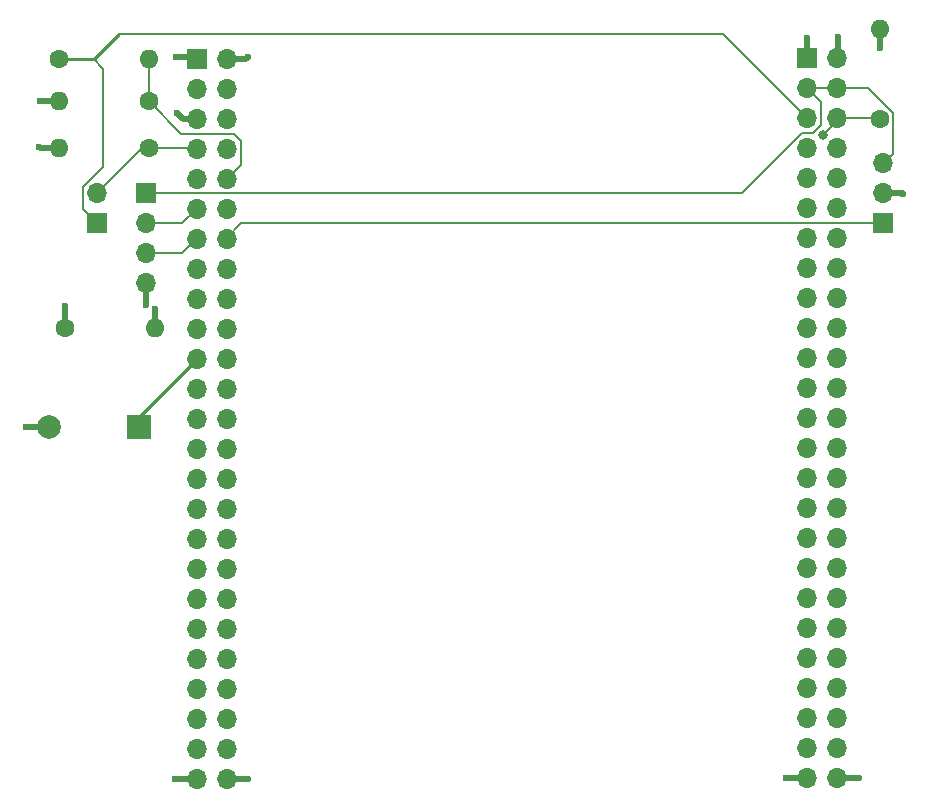
<source format=gbr>
%TF.GenerationSoftware,KiCad,Pcbnew,7.0.1*%
%TF.CreationDate,2023-05-28T14:58:13-06:00*%
%TF.ProjectId,Phase D,50686173-6520-4442-9e6b-696361645f70,rev?*%
%TF.SameCoordinates,Original*%
%TF.FileFunction,Copper,L1,Top*%
%TF.FilePolarity,Positive*%
%FSLAX46Y46*%
G04 Gerber Fmt 4.6, Leading zero omitted, Abs format (unit mm)*
G04 Created by KiCad (PCBNEW 7.0.1) date 2023-05-28 14:58:13*
%MOMM*%
%LPD*%
G01*
G04 APERTURE LIST*
%TA.AperFunction,ComponentPad*%
%ADD10R,1.700000X1.700000*%
%TD*%
%TA.AperFunction,ComponentPad*%
%ADD11O,1.700000X1.700000*%
%TD*%
%TA.AperFunction,ComponentPad*%
%ADD12C,1.600000*%
%TD*%
%TA.AperFunction,ComponentPad*%
%ADD13O,1.600000X1.600000*%
%TD*%
%TA.AperFunction,ComponentPad*%
%ADD14R,2.000000X2.000000*%
%TD*%
%TA.AperFunction,ComponentPad*%
%ADD15C,2.000000*%
%TD*%
%TA.AperFunction,ViaPad*%
%ADD16C,0.600000*%
%TD*%
%TA.AperFunction,ViaPad*%
%ADD17C,0.800000*%
%TD*%
%TA.AperFunction,Conductor*%
%ADD18C,0.250000*%
%TD*%
%TA.AperFunction,Conductor*%
%ADD19C,0.508000*%
%TD*%
%TA.AperFunction,Conductor*%
%ADD20C,0.203200*%
%TD*%
G04 APERTURE END LIST*
D10*
%TO.P,J6,1,Pin_1*%
%TO.N,IR*%
X199440000Y-81040000D03*
D11*
%TO.P,J6,2,Pin_2*%
%TO.N,GND*%
X199440000Y-78500000D03*
%TO.P,J6,3,Pin_3*%
%TO.N,+5V*%
X199440000Y-75960000D03*
%TD*%
D12*
%TO.P,R4,1*%
%TO.N,+3.3V*%
X199200000Y-72180000D03*
D13*
%TO.P,R4,2*%
%TO.N,GND*%
X199200000Y-64560000D03*
%TD*%
D12*
%TO.P,TH1,1*%
%TO.N,+3.3V*%
X129640000Y-67150000D03*
D13*
%TO.P,TH1,2*%
%TO.N,Therm*%
X137260000Y-67150000D03*
%TD*%
D12*
%TO.P,R2,1*%
%TO.N,GND*%
X130165000Y-89875000D03*
D13*
%TO.P,R2,2*%
X137785000Y-89875000D03*
%TD*%
D10*
%TO.P,J7,1,Pin_1*%
%TO.N,+3.3V*%
X132850000Y-81000000D03*
D11*
%TO.P,J7,2,Pin_2*%
%TO.N,P_Sen*%
X132850000Y-78460000D03*
%TD*%
D12*
%TO.P,R3,1*%
%TO.N,P_Sen*%
X137265000Y-74625000D03*
D13*
%TO.P,R3,2*%
%TO.N,GND*%
X129645000Y-74625000D03*
%TD*%
D10*
%TO.P,J1,1,Pin_1*%
%TO.N,GND*%
X193000000Y-67025000D03*
D11*
%TO.P,J1,2,Pin_2*%
X195540000Y-67025000D03*
%TO.P,J1,3,Pin_3*%
%TO.N,+5V*%
X193000000Y-69565000D03*
%TO.P,J1,4,Pin_4*%
X195540000Y-69565000D03*
%TO.P,J1,5,Pin_5*%
%TO.N,+3.3V*%
X193000000Y-72105000D03*
%TO.P,J1,6,Pin_6*%
X195540000Y-72105000D03*
%TO.P,J1,7,Pin_7*%
%TO.N,unconnected-(J1-Pin_7-Pad7)*%
X193000000Y-74645000D03*
%TO.P,J1,8,Pin_8*%
%TO.N,unconnected-(J1-Pin_8-Pad8)*%
X195540000Y-74645000D03*
%TO.P,J1,9,Pin_9*%
%TO.N,unconnected-(J1-Pin_9-Pad9)*%
X193000000Y-77185000D03*
%TO.P,J1,10,Pin_10*%
%TO.N,unconnected-(J1-Pin_10-Pad10)*%
X195540000Y-77185000D03*
%TO.P,J1,11,Pin_11*%
%TO.N,unconnected-(J1-Pin_11-Pad11)*%
X193000000Y-79725000D03*
%TO.P,J1,12,Pin_12*%
%TO.N,unconnected-(J1-Pin_12-Pad12)*%
X195540000Y-79725000D03*
%TO.P,J1,13,Pin_13*%
%TO.N,unconnected-(J1-Pin_13-Pad13)*%
X193000000Y-82265000D03*
%TO.P,J1,14,Pin_14*%
%TO.N,unconnected-(J1-Pin_14-Pad14)*%
X195540000Y-82265000D03*
%TO.P,J1,15,Pin_15*%
%TO.N,unconnected-(J1-Pin_15-Pad15)*%
X193000000Y-84805000D03*
%TO.P,J1,16,Pin_16*%
%TO.N,unconnected-(J1-Pin_16-Pad16)*%
X195540000Y-84805000D03*
%TO.P,J1,17,Pin_17*%
%TO.N,unconnected-(J1-Pin_17-Pad17)*%
X193000000Y-87345000D03*
%TO.P,J1,18,Pin_18*%
%TO.N,unconnected-(J1-Pin_18-Pad18)*%
X195540000Y-87345000D03*
%TO.P,J1,19,Pin_19*%
%TO.N,unconnected-(J1-Pin_19-Pad19)*%
X193000000Y-89885000D03*
%TO.P,J1,20,Pin_20*%
%TO.N,unconnected-(J1-Pin_20-Pad20)*%
X195540000Y-89885000D03*
%TO.P,J1,21,Pin_21*%
%TO.N,unconnected-(J1-Pin_21-Pad21)*%
X193000000Y-92425000D03*
%TO.P,J1,22,Pin_22*%
%TO.N,unconnected-(J1-Pin_22-Pad22)*%
X195540000Y-92425000D03*
%TO.P,J1,23,Pin_23*%
%TO.N,unconnected-(J1-Pin_23-Pad23)*%
X193000000Y-94965000D03*
%TO.P,J1,24,Pin_24*%
%TO.N,unconnected-(J1-Pin_24-Pad24)*%
X195540000Y-94965000D03*
%TO.P,J1,25,Pin_25*%
%TO.N,unconnected-(J1-Pin_25-Pad25)*%
X193000000Y-97505000D03*
%TO.P,J1,26,Pin_26*%
%TO.N,unconnected-(J1-Pin_26-Pad26)*%
X195540000Y-97505000D03*
%TO.P,J1,27,Pin_27*%
%TO.N,unconnected-(J1-Pin_27-Pad27)*%
X193000000Y-100045000D03*
%TO.P,J1,28,Pin_28*%
%TO.N,unconnected-(J1-Pin_28-Pad28)*%
X195540000Y-100045000D03*
%TO.P,J1,29,Pin_29*%
%TO.N,unconnected-(J1-Pin_29-Pad29)*%
X193000000Y-102585000D03*
%TO.P,J1,30,Pin_30*%
%TO.N,unconnected-(J1-Pin_30-Pad30)*%
X195540000Y-102585000D03*
%TO.P,J1,31,Pin_31*%
%TO.N,unconnected-(J1-Pin_31-Pad31)*%
X193000000Y-105125000D03*
%TO.P,J1,32,Pin_32*%
%TO.N,unconnected-(J1-Pin_32-Pad32)*%
X195540000Y-105125000D03*
%TO.P,J1,33,Pin_33*%
%TO.N,unconnected-(J1-Pin_33-Pad33)*%
X193000000Y-107665000D03*
%TO.P,J1,34,Pin_34*%
%TO.N,unconnected-(J1-Pin_34-Pad34)*%
X195540000Y-107665000D03*
%TO.P,J1,35,Pin_35*%
%TO.N,unconnected-(J1-Pin_35-Pad35)*%
X193000000Y-110205000D03*
%TO.P,J1,36,Pin_36*%
%TO.N,unconnected-(J1-Pin_36-Pad36)*%
X195540000Y-110205000D03*
%TO.P,J1,37,Pin_37*%
%TO.N,unconnected-(J1-Pin_37-Pad37)*%
X193000000Y-112745000D03*
%TO.P,J1,38,Pin_38*%
%TO.N,unconnected-(J1-Pin_38-Pad38)*%
X195540000Y-112745000D03*
%TO.P,J1,39,Pin_39*%
%TO.N,unconnected-(J1-Pin_39-Pad39)*%
X193000000Y-115285000D03*
%TO.P,J1,40,Pin_40*%
%TO.N,unconnected-(J1-Pin_40-Pad40)*%
X195540000Y-115285000D03*
%TO.P,J1,41,Pin_41*%
%TO.N,unconnected-(J1-Pin_41-Pad41)*%
X193000000Y-117825000D03*
%TO.P,J1,42,Pin_42*%
%TO.N,unconnected-(J1-Pin_42-Pad42)*%
X195540000Y-117825000D03*
%TO.P,J1,43,Pin_43*%
%TO.N,unconnected-(J1-Pin_43-Pad43)*%
X193000000Y-120365000D03*
%TO.P,J1,44,Pin_44*%
%TO.N,unconnected-(J1-Pin_44-Pad44)*%
X195540000Y-120365000D03*
%TO.P,J1,45,Pin_45*%
%TO.N,unconnected-(J1-Pin_45-Pad45)*%
X193000000Y-122905000D03*
%TO.P,J1,46,Pin_46*%
%TO.N,unconnected-(J1-Pin_46-Pad46)*%
X195540000Y-122905000D03*
%TO.P,J1,47,Pin_47*%
%TO.N,unconnected-(J1-Pin_47-Pad47)*%
X193000000Y-125445000D03*
%TO.P,J1,48,Pin_48*%
%TO.N,unconnected-(J1-Pin_48-Pad48)*%
X195540000Y-125445000D03*
%TO.P,J1,49,Pin_49*%
%TO.N,GND*%
X193000000Y-127985000D03*
%TO.P,J1,50,Pin_50*%
X195540000Y-127985000D03*
%TD*%
D12*
%TO.P,R1,1*%
%TO.N,Therm*%
X137265000Y-70675000D03*
D13*
%TO.P,R1,2*%
%TO.N,GND*%
X129645000Y-70675000D03*
%TD*%
D10*
%TO.P,J8,1,Pin_1*%
%TO.N,GND*%
X141335000Y-67090000D03*
D11*
%TO.P,J8,2,Pin_2*%
X143875000Y-67090000D03*
%TO.P,J8,3,Pin_3*%
%TO.N,unconnected-(J8-Pin_3-Pad3)*%
X141335000Y-69630000D03*
%TO.P,J8,4,Pin_4*%
%TO.N,unconnected-(J8-Pin_4-Pad4)*%
X143875000Y-69630000D03*
%TO.P,J8,5,Pin_5*%
%TO.N,GND*%
X141335000Y-72170000D03*
%TO.P,J8,6,Pin_6*%
%TO.N,unconnected-(J8-Pin_6-Pad6)*%
X143875000Y-72170000D03*
%TO.P,J8,7,Pin_7*%
%TO.N,P_Sen*%
X141335000Y-74710000D03*
%TO.P,J8,8,Pin_8*%
%TO.N,unconnected-(J8-Pin_8-Pad8)*%
X143875000Y-74710000D03*
%TO.P,J8,9,Pin_9*%
%TO.N,unconnected-(J8-Pin_9-Pad9)*%
X141335000Y-77250000D03*
%TO.P,J8,10,Pin_10*%
%TO.N,Therm*%
X143875000Y-77250000D03*
%TO.P,J8,11,Pin_11*%
%TO.N,Echo*%
X141335000Y-79790000D03*
%TO.P,J8,12,Pin_12*%
%TO.N,unconnected-(J8-Pin_12-Pad12)*%
X143875000Y-79790000D03*
%TO.P,J8,13,Pin_13*%
%TO.N,Trig*%
X141335000Y-82330000D03*
%TO.P,J8,14,Pin_14*%
%TO.N,IR*%
X143875000Y-82330000D03*
%TO.P,J8,15,Pin_15*%
%TO.N,unconnected-(J8-Pin_15-Pad15)*%
X141335000Y-84870000D03*
%TO.P,J8,16,Pin_16*%
%TO.N,unconnected-(J8-Pin_16-Pad16)*%
X143875000Y-84870000D03*
%TO.P,J8,17,Pin_17*%
%TO.N,unconnected-(J8-Pin_17-Pad17)*%
X141335000Y-87410000D03*
%TO.P,J8,18,Pin_18*%
%TO.N,unconnected-(J8-Pin_18-Pad18)*%
X143875000Y-87410000D03*
%TO.P,J8,19,Pin_19*%
%TO.N,unconnected-(J8-Pin_19-Pad19)*%
X141335000Y-89950000D03*
%TO.P,J8,20,Pin_20*%
%TO.N,unconnected-(J8-Pin_20-Pad20)*%
X143875000Y-89950000D03*
%TO.P,J8,21,Pin_21*%
%TO.N,Buzz*%
X141335000Y-92490000D03*
%TO.P,J8,22,Pin_22*%
%TO.N,unconnected-(J8-Pin_22-Pad22)*%
X143875000Y-92490000D03*
%TO.P,J8,23,Pin_23*%
%TO.N,unconnected-(J8-Pin_23-Pad23)*%
X141335000Y-95030000D03*
%TO.P,J8,24,Pin_24*%
%TO.N,unconnected-(J8-Pin_24-Pad24)*%
X143875000Y-95030000D03*
%TO.P,J8,25,Pin_25*%
%TO.N,unconnected-(J8-Pin_25-Pad25)*%
X141335000Y-97570000D03*
%TO.P,J8,26,Pin_26*%
%TO.N,unconnected-(J8-Pin_26-Pad26)*%
X143875000Y-97570000D03*
%TO.P,J8,27,Pin_27*%
%TO.N,unconnected-(J8-Pin_27-Pad27)*%
X141335000Y-100110000D03*
%TO.P,J8,28,Pin_28*%
%TO.N,unconnected-(J8-Pin_28-Pad28)*%
X143875000Y-100110000D03*
%TO.P,J8,29,Pin_29*%
%TO.N,unconnected-(J8-Pin_29-Pad29)*%
X141335000Y-102650000D03*
%TO.P,J8,30,Pin_30*%
%TO.N,unconnected-(J8-Pin_30-Pad30)*%
X143875000Y-102650000D03*
%TO.P,J8,31,Pin_31*%
%TO.N,unconnected-(J8-Pin_31-Pad31)*%
X141335000Y-105190000D03*
%TO.P,J8,32,Pin_32*%
%TO.N,unconnected-(J8-Pin_32-Pad32)*%
X143875000Y-105190000D03*
%TO.P,J8,33,Pin_33*%
%TO.N,unconnected-(J8-Pin_33-Pad33)*%
X141335000Y-107730000D03*
%TO.P,J8,34,Pin_34*%
%TO.N,unconnected-(J8-Pin_34-Pad34)*%
X143875000Y-107730000D03*
%TO.P,J8,35,Pin_35*%
%TO.N,unconnected-(J8-Pin_35-Pad35)*%
X141335000Y-110270000D03*
%TO.P,J8,36,Pin_36*%
%TO.N,unconnected-(J8-Pin_36-Pad36)*%
X143875000Y-110270000D03*
%TO.P,J8,37,Pin_37*%
%TO.N,unconnected-(J8-Pin_37-Pad37)*%
X141335000Y-112810000D03*
%TO.P,J8,38,Pin_38*%
%TO.N,unconnected-(J8-Pin_38-Pad38)*%
X143875000Y-112810000D03*
%TO.P,J8,39,Pin_39*%
%TO.N,unconnected-(J8-Pin_39-Pad39)*%
X141335000Y-115350000D03*
%TO.P,J8,40,Pin_40*%
%TO.N,unconnected-(J8-Pin_40-Pad40)*%
X143875000Y-115350000D03*
%TO.P,J8,41,Pin_41*%
%TO.N,unconnected-(J8-Pin_41-Pad41)*%
X141335000Y-117890000D03*
%TO.P,J8,42,Pin_42*%
%TO.N,unconnected-(J8-Pin_42-Pad42)*%
X143875000Y-117890000D03*
%TO.P,J8,43,Pin_43*%
%TO.N,unconnected-(J8-Pin_43-Pad43)*%
X141335000Y-120430000D03*
%TO.P,J8,44,Pin_44*%
%TO.N,unconnected-(J8-Pin_44-Pad44)*%
X143875000Y-120430000D03*
%TO.P,J8,45,Pin_45*%
%TO.N,unconnected-(J8-Pin_45-Pad45)*%
X141335000Y-122970000D03*
%TO.P,J8,46,Pin_46*%
%TO.N,unconnected-(J8-Pin_46-Pad46)*%
X143875000Y-122970000D03*
%TO.P,J8,47,Pin_47*%
%TO.N,unconnected-(J8-Pin_47-Pad47)*%
X141335000Y-125510000D03*
%TO.P,J8,48,Pin_48*%
%TO.N,unconnected-(J8-Pin_48-Pad48)*%
X143875000Y-125510000D03*
%TO.P,J8,49,Pin_49*%
%TO.N,GND*%
X141335000Y-128050000D03*
%TO.P,J8,50,Pin_50*%
X143875000Y-128050000D03*
%TD*%
D10*
%TO.P,J5,1,Pin_1*%
%TO.N,+5V*%
X137075000Y-78500000D03*
D11*
%TO.P,J5,2,Pin_2*%
%TO.N,Echo*%
X137075000Y-81040000D03*
%TO.P,J5,3,Pin_3*%
%TO.N,Trig*%
X137075000Y-83580000D03*
%TO.P,J5,4,Pin_4*%
%TO.N,GND*%
X137075000Y-86120000D03*
%TD*%
D14*
%TO.P,LS1,1,1*%
%TO.N,Buzz*%
X136425000Y-98250000D03*
D15*
%TO.P,LS1,2,2*%
%TO.N,GND*%
X128825000Y-98250000D03*
%TD*%
D16*
%TO.N,GND*%
X139475000Y-128050000D03*
X195600000Y-65275000D03*
X199200000Y-66200000D03*
X197400000Y-127985000D03*
X128000000Y-74600000D03*
X126850000Y-98275000D03*
X137050000Y-87950000D03*
X201150000Y-78525000D03*
X139575000Y-66975000D03*
X137775000Y-88300000D03*
X128050000Y-70650000D03*
X130150000Y-88050000D03*
X145650000Y-66975000D03*
X139700000Y-71675000D03*
X145650000Y-128050000D03*
X193000000Y-65325000D03*
X191262500Y-128012500D03*
D17*
%TO.N,+3.3V*%
X194392557Y-73517558D03*
%TD*%
D18*
%TO.N,Buzz*%
X136425000Y-97400000D02*
X141335000Y-92490000D01*
X136425000Y-98250000D02*
X136425000Y-97400000D01*
D19*
%TO.N,GND*%
X201125000Y-78500000D02*
X201150000Y-78525000D01*
X199200000Y-66200000D02*
X199200000Y-64560000D01*
X139700000Y-71675000D02*
X140195000Y-72170000D01*
X130165000Y-89875000D02*
X130165000Y-88065000D01*
X137075000Y-87925000D02*
X137075000Y-86120000D01*
X137785000Y-89875000D02*
X137785000Y-88310000D01*
X195600000Y-66965000D02*
X195540000Y-67025000D01*
X126850000Y-98275000D02*
X126875000Y-98250000D01*
X137050000Y-87950000D02*
X137075000Y-87925000D01*
X140195000Y-72170000D02*
X141335000Y-72170000D01*
X193000000Y-65325000D02*
X193000000Y-67025000D01*
X137785000Y-88310000D02*
X137775000Y-88300000D01*
X128075000Y-70675000D02*
X128050000Y-70650000D01*
X130165000Y-88065000D02*
X130150000Y-88050000D01*
X129645000Y-74625000D02*
X128025000Y-74625000D01*
X141345000Y-66975000D02*
X141360000Y-66990000D01*
X139575000Y-66975000D02*
X141345000Y-66975000D01*
X199440000Y-78500000D02*
X201125000Y-78500000D01*
X143875000Y-67090000D02*
X145535000Y-67090000D01*
X145535000Y-67090000D02*
X145650000Y-66975000D01*
X145650000Y-128050000D02*
X143875000Y-128050000D01*
X126875000Y-98250000D02*
X128825000Y-98250000D01*
X139475000Y-128050000D02*
X141335000Y-128050000D01*
X128025000Y-74625000D02*
X128000000Y-74600000D01*
X195600000Y-65275000D02*
X195600000Y-66965000D01*
X191262500Y-128012500D02*
X191290000Y-127985000D01*
X191290000Y-127985000D02*
X193000000Y-127985000D01*
X129645000Y-70675000D02*
X128075000Y-70675000D01*
X197400000Y-127985000D02*
X195540000Y-127985000D01*
D20*
%TO.N,P_Sen*%
X141345000Y-74625000D02*
X141360000Y-74610000D01*
X136685000Y-74625000D02*
X137265000Y-74625000D01*
X137265000Y-74625000D02*
X141345000Y-74625000D01*
X132850000Y-78460000D02*
X136685000Y-74625000D01*
%TO.N,Echo*%
X140085000Y-81040000D02*
X141335000Y-79790000D01*
X137075000Y-81040000D02*
X140085000Y-81040000D01*
%TO.N,Trig*%
X137075000Y-83580000D02*
X140085000Y-83580000D01*
X141360000Y-82305000D02*
X141360000Y-82230000D01*
X140085000Y-83580000D02*
X141360000Y-82305000D01*
%TO.N,unconnected-(J8-Pin_19-Pad19)*%
X141360000Y-89850000D02*
X141360000Y-89925000D01*
%TO.N,+5V*%
X198142898Y-69565000D02*
X200301600Y-71723702D01*
X193000000Y-69565000D02*
X198142898Y-69565000D01*
X200275000Y-75125000D02*
X199440000Y-75960000D01*
X193547009Y-73371600D02*
X194221600Y-72697009D01*
X194221600Y-72697009D02*
X194221600Y-70786600D01*
X200301600Y-72636298D02*
X200275000Y-72662898D01*
X192592991Y-73371600D02*
X193547009Y-73371600D01*
X187464591Y-78500000D02*
X192592991Y-73371600D01*
X200275000Y-72662898D02*
X200275000Y-75125000D01*
X200301600Y-71723702D02*
X200301600Y-72636298D01*
X194221600Y-70786600D02*
X193000000Y-69565000D01*
X137075000Y-78500000D02*
X187464591Y-78500000D01*
%TO.N,+3.3V*%
X133434999Y-76246392D02*
X131698400Y-77982991D01*
D18*
X129640000Y-67150000D02*
X132660000Y-67150000D01*
D20*
X131698400Y-79848400D02*
X132850000Y-81000000D01*
X199200000Y-72180000D02*
X199120000Y-72100000D01*
X133434999Y-76246392D02*
X133434999Y-67924999D01*
X195540000Y-72370115D02*
X194392557Y-73517558D01*
X133434999Y-67924999D02*
X132660000Y-67150000D01*
X195540000Y-72105000D02*
X195540000Y-72370115D01*
X195545000Y-72100000D02*
X195540000Y-72105000D01*
X131698400Y-77982991D02*
X131698400Y-79848400D01*
X199120000Y-72100000D02*
X195545000Y-72100000D01*
X193070000Y-72175000D02*
X193070000Y-72220000D01*
D18*
X132660000Y-67150000D02*
X134786600Y-65023400D01*
D20*
X134786600Y-65023400D02*
X185918400Y-65023400D01*
X185918400Y-65023400D02*
X193070000Y-72175000D01*
%TO.N,IR*%
X145090000Y-81040000D02*
X143900000Y-82230000D01*
X199440000Y-81040000D02*
X145090000Y-81040000D01*
%TO.N,Therm*%
X137265000Y-70675000D02*
X140040000Y-73450000D01*
X137265000Y-70675000D02*
X137265000Y-67155000D01*
X145051600Y-74026600D02*
X145051600Y-76073400D01*
X145051600Y-76073400D02*
X143875000Y-77250000D01*
X140040000Y-73450000D02*
X144475000Y-73450000D01*
X144475000Y-73450000D02*
X145051600Y-74026600D01*
X137265000Y-67155000D02*
X137260000Y-67150000D01*
%TD*%
M02*

</source>
